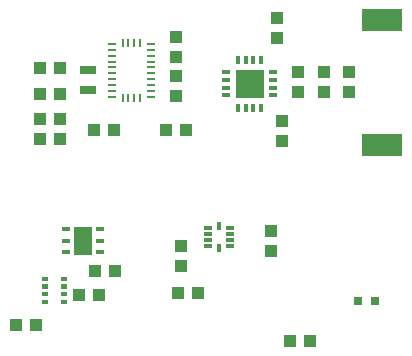
<source format=gtp>
G75*
%MOIN*%
%OFA0B0*%
%FSLAX25Y25*%
%IPPOS*%
%LPD*%
%AMOC8*
5,1,8,0,0,1.08239X$1,22.5*
%
%ADD10R,0.02800X0.01600*%
%ADD11R,0.05900X0.09400*%
%ADD12R,0.04331X0.03937*%
%ADD13R,0.03937X0.04331*%
%ADD14R,0.09252X0.09252*%
%ADD15R,0.02953X0.01181*%
%ADD16R,0.01181X0.02953*%
%ADD17R,0.13780X0.07480*%
%ADD18R,0.02657X0.00984*%
%ADD19R,0.00984X0.02657*%
%ADD20R,0.05512X0.02756*%
%ADD21C,0.00276*%
%ADD22R,0.03150X0.03150*%
%ADD23R,0.03150X0.01181*%
%ADD24R,0.01181X0.03150*%
D10*
X0041274Y0035889D03*
X0041274Y0039789D03*
X0041274Y0043689D03*
X0052674Y0043689D03*
X0052674Y0039789D03*
X0052674Y0035889D03*
D11*
X0046974Y0039789D03*
D12*
X0024628Y0011789D03*
X0031320Y0011789D03*
X0045428Y0021589D03*
X0052120Y0021589D03*
X0050728Y0029789D03*
X0057420Y0029789D03*
X0109474Y0036443D03*
X0109474Y0043135D03*
X0057220Y0076789D03*
X0050528Y0076789D03*
X0039220Y0073789D03*
X0032528Y0073789D03*
X0032528Y0080389D03*
X0039220Y0080389D03*
X0039220Y0088789D03*
X0032528Y0088789D03*
X0032528Y0097189D03*
X0039220Y0097189D03*
X0077874Y0101043D03*
X0077874Y0107735D03*
X0118674Y0095924D03*
X0118674Y0089231D03*
D13*
X0127074Y0089231D03*
X0135474Y0089231D03*
X0135474Y0095924D03*
X0127074Y0095924D03*
X0111474Y0107231D03*
X0111474Y0113924D03*
X0077874Y0094535D03*
X0077874Y0087843D03*
X0074528Y0076789D03*
X0081220Y0076789D03*
X0113348Y0079798D03*
X0113348Y0073106D03*
X0079474Y0038135D03*
X0079474Y0031443D03*
X0078628Y0022289D03*
X0085320Y0022289D03*
X0115813Y0006305D03*
X0122506Y0006305D03*
D14*
X0102369Y0092011D03*
D15*
X0110243Y0090731D03*
X0110243Y0088172D03*
X0110243Y0093291D03*
X0110243Y0095850D03*
X0094494Y0095850D03*
X0094494Y0093291D03*
X0094494Y0090731D03*
X0094494Y0088172D03*
D16*
X0098530Y0084137D03*
X0101089Y0084137D03*
X0103648Y0084137D03*
X0106207Y0084137D03*
X0106207Y0099885D03*
X0103648Y0099885D03*
X0101089Y0099885D03*
X0098530Y0099885D03*
D17*
X0146471Y0113444D03*
X0146471Y0071712D03*
D18*
X0069538Y0087639D03*
X0069538Y0089608D03*
X0069538Y0091576D03*
X0069538Y0093545D03*
X0069538Y0095513D03*
X0069538Y0097482D03*
X0069538Y0099450D03*
X0069538Y0101419D03*
X0069538Y0103387D03*
X0069538Y0105356D03*
X0056437Y0105356D03*
X0056437Y0103387D03*
X0056437Y0101419D03*
X0056437Y0099450D03*
X0056437Y0097482D03*
X0056437Y0095513D03*
X0056437Y0093545D03*
X0056437Y0091576D03*
X0056437Y0089608D03*
X0056437Y0087639D03*
D19*
X0060030Y0087196D03*
X0061998Y0087196D03*
X0063967Y0087196D03*
X0065935Y0087196D03*
X0065935Y0105799D03*
X0063967Y0105799D03*
X0061998Y0105799D03*
X0060030Y0105799D03*
D20*
X0048417Y0096518D03*
X0048417Y0089825D03*
D21*
X0041070Y0027779D02*
X0039378Y0027779D01*
X0041070Y0027779D02*
X0041070Y0026677D01*
X0039378Y0026677D01*
X0039378Y0027779D01*
X0039378Y0026952D02*
X0041070Y0026952D01*
X0041070Y0027227D02*
X0039378Y0027227D01*
X0039378Y0027502D02*
X0041070Y0027502D01*
X0041070Y0027777D02*
X0039378Y0027777D01*
X0039378Y0025220D02*
X0041070Y0025220D01*
X0041070Y0024118D01*
X0039378Y0024118D01*
X0039378Y0025220D01*
X0039378Y0024393D02*
X0041070Y0024393D01*
X0041070Y0024668D02*
X0039378Y0024668D01*
X0039378Y0024943D02*
X0041070Y0024943D01*
X0041070Y0025218D02*
X0039378Y0025218D01*
X0039378Y0022660D02*
X0041070Y0022660D01*
X0041070Y0021558D01*
X0039378Y0021558D01*
X0039378Y0022660D01*
X0039378Y0021833D02*
X0041070Y0021833D01*
X0041070Y0022108D02*
X0039378Y0022108D01*
X0039378Y0022383D02*
X0041070Y0022383D01*
X0041070Y0022658D02*
X0039378Y0022658D01*
X0039378Y0020101D02*
X0041070Y0020101D01*
X0041070Y0018999D01*
X0039378Y0018999D01*
X0039378Y0020101D01*
X0039378Y0019274D02*
X0041070Y0019274D01*
X0041070Y0019549D02*
X0039378Y0019549D01*
X0039378Y0019824D02*
X0041070Y0019824D01*
X0041070Y0020099D02*
X0039378Y0020099D01*
X0034770Y0020101D02*
X0033078Y0020101D01*
X0034770Y0020101D02*
X0034770Y0018999D01*
X0033078Y0018999D01*
X0033078Y0020101D01*
X0033078Y0019274D02*
X0034770Y0019274D01*
X0034770Y0019549D02*
X0033078Y0019549D01*
X0033078Y0019824D02*
X0034770Y0019824D01*
X0034770Y0020099D02*
X0033078Y0020099D01*
X0033078Y0022660D02*
X0034770Y0022660D01*
X0034770Y0021558D01*
X0033078Y0021558D01*
X0033078Y0022660D01*
X0033078Y0021833D02*
X0034770Y0021833D01*
X0034770Y0022108D02*
X0033078Y0022108D01*
X0033078Y0022383D02*
X0034770Y0022383D01*
X0034770Y0022658D02*
X0033078Y0022658D01*
X0033078Y0025220D02*
X0034770Y0025220D01*
X0034770Y0024118D01*
X0033078Y0024118D01*
X0033078Y0025220D01*
X0033078Y0024393D02*
X0034770Y0024393D01*
X0034770Y0024668D02*
X0033078Y0024668D01*
X0033078Y0024943D02*
X0034770Y0024943D01*
X0034770Y0025218D02*
X0033078Y0025218D01*
X0033078Y0027779D02*
X0034770Y0027779D01*
X0034770Y0026677D01*
X0033078Y0026677D01*
X0033078Y0027779D01*
X0033078Y0026952D02*
X0034770Y0026952D01*
X0034770Y0027227D02*
X0033078Y0027227D01*
X0033078Y0027502D02*
X0034770Y0027502D01*
X0034770Y0027777D02*
X0033078Y0027777D01*
D22*
X0138421Y0019789D03*
X0144327Y0019789D03*
D23*
X0095891Y0038017D03*
X0095891Y0039986D03*
X0095891Y0041954D03*
X0095891Y0043923D03*
X0088411Y0043923D03*
X0088411Y0041954D03*
X0088411Y0039986D03*
X0088411Y0038017D03*
D24*
X0092151Y0037230D03*
X0092151Y0044710D03*
M02*

</source>
